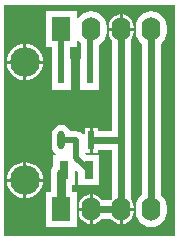
<source format=gtl>
G04 Layer_Physical_Order=1*
G04 Layer_Color=255*
%FSLAX25Y25*%
%MOIN*%
G70*
G01*
G75*
%ADD10R,0.02362X0.06299*%
%ADD11O,0.02362X0.06299*%
%ADD12R,0.03150X0.05906*%
%ADD13C,0.02362*%
%ADD14C,0.01969*%
%ADD15C,0.02953*%
%ADD16C,0.09937*%
%ADD17R,0.06299X0.07874*%
%ADD18O,0.06299X0.07874*%
G36*
X58000Y1000D02*
X1000D01*
Y78000D01*
X58000D01*
Y1000D01*
D02*
G37*
%LPC*%
G36*
X13822Y19185D02*
X8374D01*
Y13737D01*
X9044Y13803D01*
X10169Y14144D01*
X11206Y14698D01*
X12115Y15444D01*
X12861Y16353D01*
X13415Y17390D01*
X13756Y18515D01*
X13822Y19185D01*
D02*
G37*
G36*
X7374D02*
X1926D01*
X1992Y18515D01*
X2333Y17390D01*
X2887Y16353D01*
X3633Y15444D01*
X4542Y14698D01*
X5579Y14144D01*
X6704Y13803D01*
X7374Y13737D01*
Y19185D01*
D02*
G37*
G36*
Y25633D02*
X6704Y25567D01*
X5579Y25226D01*
X4542Y24672D01*
X3633Y23926D01*
X2887Y23017D01*
X2333Y21980D01*
X1992Y20855D01*
X1926Y20185D01*
X7374D01*
Y25633D01*
D02*
G37*
G36*
X20000Y38145D02*
X19178Y38037D01*
X18412Y37720D01*
X17754Y37215D01*
X17249Y36557D01*
X16931Y35791D01*
X16823Y34969D01*
Y31032D01*
X16931Y30209D01*
X17249Y29443D01*
X17754Y28785D01*
X18228Y28421D01*
X18058Y27921D01*
X17323D01*
Y24304D01*
X16991Y23871D01*
X16644Y23033D01*
X16525Y22134D01*
Y15905D01*
X14882D01*
Y4095D01*
X25118D01*
Y15905D01*
X23475D01*
Y18079D01*
X24409D01*
Y22859D01*
X24871Y23051D01*
X25591Y22331D01*
Y18079D01*
X32677D01*
Y27921D01*
X28425D01*
X27995Y28350D01*
X28019Y28850D01*
X29500D01*
Y33000D01*
Y37150D01*
X27819D01*
Y35500D01*
X27562Y35237D01*
X27106Y35106D01*
X26489Y35579D01*
X25771Y35877D01*
X25000Y35978D01*
X22991D01*
X22751Y36557D01*
X22246Y37215D01*
X21588Y37720D01*
X20822Y38037D01*
X20000Y38145D01*
D02*
G37*
G36*
X29500Y9500D02*
X25815D01*
Y9213D01*
X25957Y8129D01*
X26375Y7120D01*
X27040Y6253D01*
X27907Y5588D01*
X28917Y5170D01*
X29500Y5093D01*
Y9500D01*
D02*
G37*
G36*
X50000Y75950D02*
X48664Y75774D01*
X47419Y75258D01*
X46350Y74438D01*
X45529Y73369D01*
X45014Y72123D01*
X44838Y70787D01*
Y69213D01*
X45014Y67876D01*
X45529Y66632D01*
X46350Y65562D01*
X46823Y65199D01*
Y14801D01*
X46350Y14438D01*
X45529Y13368D01*
X45014Y12123D01*
X44838Y10787D01*
Y9213D01*
X45014Y7876D01*
X45529Y6632D01*
X46350Y5562D01*
X47419Y4742D01*
X48664Y4226D01*
X50000Y4050D01*
X51336Y4226D01*
X52581Y4742D01*
X53650Y5562D01*
X54471Y6632D01*
X54986Y7876D01*
X55162Y9213D01*
Y10787D01*
X54986Y12123D01*
X54471Y13368D01*
X53650Y14438D01*
X53177Y14801D01*
Y65199D01*
X53650Y65562D01*
X54471Y66632D01*
X54986Y67876D01*
X55162Y69213D01*
Y70787D01*
X54986Y72123D01*
X54471Y73369D01*
X53650Y74438D01*
X52581Y75258D01*
X51336Y75774D01*
X50000Y75950D01*
D02*
G37*
G36*
X29500Y14907D02*
X28917Y14830D01*
X27907Y14412D01*
X27040Y13747D01*
X26375Y12880D01*
X25957Y11871D01*
X25815Y10787D01*
Y10500D01*
X29500D01*
Y14907D01*
D02*
G37*
G36*
X44185Y9500D02*
X40500D01*
Y5093D01*
X41083Y5170D01*
X42093Y5588D01*
X42959Y6253D01*
X43625Y7120D01*
X44043Y8129D01*
X44185Y9213D01*
Y9500D01*
D02*
G37*
G36*
X39500Y74907D02*
X38917Y74830D01*
X37907Y74412D01*
X37040Y73747D01*
X36375Y72880D01*
X35957Y71871D01*
X35815Y70787D01*
Y70500D01*
X39500D01*
Y74907D01*
D02*
G37*
G36*
X8374Y65003D02*
Y59555D01*
X13822D01*
X13756Y60225D01*
X13415Y61350D01*
X12861Y62387D01*
X12115Y63296D01*
X11206Y64042D01*
X10169Y64596D01*
X9044Y64937D01*
X8374Y65003D01*
D02*
G37*
G36*
X30000Y75950D02*
X28664Y75774D01*
X27419Y75258D01*
X26350Y74438D01*
X25618Y73484D01*
X25118Y73619D01*
Y75906D01*
X14882D01*
Y64095D01*
X17022D01*
Y60118D01*
X16850D01*
Y49882D01*
X23150D01*
Y60118D01*
X22978D01*
Y64095D01*
X25118D01*
Y66382D01*
X25618Y66516D01*
X26350Y65562D01*
X26522Y65430D01*
Y60067D01*
X26350D01*
Y49831D01*
X32650D01*
Y60067D01*
X32478D01*
Y64699D01*
X32581Y64742D01*
X33650Y65562D01*
X34471Y66632D01*
X34986Y67876D01*
X35162Y69213D01*
Y70787D01*
X34986Y72123D01*
X34471Y73369D01*
X33650Y74438D01*
X32581Y75258D01*
X31336Y75774D01*
X30000Y75950D01*
D02*
G37*
G36*
X40500Y74907D02*
Y70500D01*
X44185D01*
Y70787D01*
X44043Y71871D01*
X43625Y72880D01*
X42959Y73747D01*
X42093Y74412D01*
X41083Y74830D01*
X40500Y74907D01*
D02*
G37*
G36*
X7374Y65003D02*
X6704Y64937D01*
X5579Y64596D01*
X4542Y64042D01*
X3633Y63296D01*
X2887Y62387D01*
X2333Y61350D01*
X1992Y60225D01*
X1926Y59555D01*
X7374D01*
Y65003D01*
D02*
G37*
G36*
X44185Y69500D02*
X35815D01*
Y69213D01*
X35957Y68129D01*
X36375Y67120D01*
X36823Y66536D01*
Y36177D01*
X32181D01*
Y37150D01*
X30500D01*
Y33000D01*
Y28850D01*
X32181D01*
Y29823D01*
X36823D01*
Y13464D01*
X36603Y13177D01*
X33397D01*
X32959Y13747D01*
X32093Y14412D01*
X31083Y14830D01*
X30500Y14907D01*
Y10000D01*
Y5093D01*
X31083Y5170D01*
X32093Y5588D01*
X32959Y6253D01*
X33397Y6823D01*
X36603D01*
X37040Y6253D01*
X37907Y5588D01*
X38917Y5170D01*
X39500Y5093D01*
Y10000D01*
X40000D01*
Y10500D01*
X44185D01*
Y10787D01*
X44043Y11871D01*
X43625Y12880D01*
X43177Y13464D01*
Y33000D01*
Y66536D01*
X43625Y67120D01*
X44043Y68129D01*
X44185Y69213D01*
Y69500D01*
D02*
G37*
G36*
X8374Y25633D02*
Y20185D01*
X13822D01*
X13756Y20855D01*
X13415Y21980D01*
X12861Y23017D01*
X12115Y23926D01*
X11206Y24672D01*
X10169Y25226D01*
X9044Y25567D01*
X8374Y25633D01*
D02*
G37*
G36*
X13822Y58555D02*
X8374D01*
Y53107D01*
X9044Y53173D01*
X10169Y53514D01*
X11206Y54068D01*
X12115Y54814D01*
X12861Y55723D01*
X13415Y56760D01*
X13756Y57885D01*
X13822Y58555D01*
D02*
G37*
G36*
X7374D02*
X1926D01*
X1992Y57885D01*
X2333Y56760D01*
X2887Y55723D01*
X3633Y54814D01*
X4542Y54068D01*
X5579Y53514D01*
X6704Y53173D01*
X7374Y53107D01*
Y58555D01*
D02*
G37*
%LPD*%
D10*
X29500Y54949D02*
D03*
X20000Y55000D02*
D03*
X30000Y33000D02*
D03*
D11*
X20000D02*
D03*
D12*
X29134Y23000D02*
D03*
X20866D02*
D03*
D13*
X50000Y10000D02*
Y70000D01*
X30000Y10000D02*
X40000D01*
X30000Y33000D02*
X40000D01*
Y10000D02*
Y33000D01*
Y70000D01*
D14*
X29500Y54949D02*
Y69500D01*
X20000Y55000D02*
Y70000D01*
X25000Y27134D02*
X29134Y23000D01*
X25000Y27134D02*
Y33000D01*
X20000D02*
X25000D01*
D15*
X20000Y10000D02*
Y22134D01*
D16*
X7874Y19685D02*
D03*
Y59055D02*
D03*
D17*
X20000Y70000D02*
D03*
Y10000D02*
D03*
D18*
X50000Y70000D02*
D03*
X40000D02*
D03*
X30000D02*
D03*
X50000Y10000D02*
D03*
X40000D02*
D03*
X30000D02*
D03*
M02*

</source>
